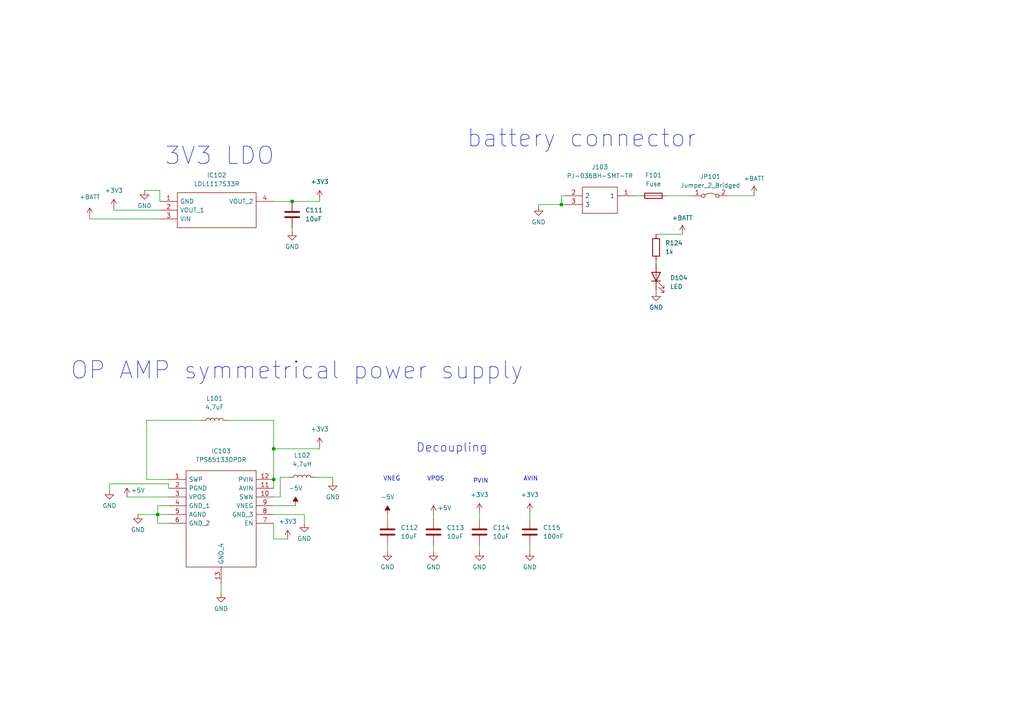
<source format=kicad_sch>
(kicad_sch (version 20211123) (generator eeschema)
  (paper "A4")
  (lib_symbols
    (symbol "Device:C" (pin_numbers hide) (pin_names (offset 0.254))
      (property "Reference" "C" (at 0.635 2.54 0))
      (property "Value" "C" (at 0.635 -2.54 0))
      (symbol "C_0_1"
        (polyline (pts (xy -2.032 -0.762) (xy 2.032 -0.762)) (stroke (width 0.508)))
        (polyline (pts (xy -2.032 0.762) (xy 2.032 0.762)) (stroke (width 0.508)))
      )
      (symbol "C_1_1"
        (pin passive line (at 0 3.81 270) (length 2.794) (name "~") (number "1"))
        (pin passive line (at 0 -3.81 90) (length 2.794) (name "~") (number "2"))
      )
    )
    (symbol "Device:Fuse" (pin_numbers hide) (pin_names (offset 0))
      (property "Reference" "F" (at 2.032 0 90))
      (property "Value" "Fuse" (at -1.905 0 90))
      (symbol "Fuse_0_1"
        (rectangle (start -0.762 -2.54) (end 0.762 2.54) (stroke (width 0.254)))
        (polyline (pts (xy 0 2.54) (xy 0 -2.54)))
      )
      (symbol "Fuse_1_1"
        (pin passive line (at 0 3.81 270) (length 1.27) (name "~") (number "1"))
        (pin passive line (at 0 -3.81 90) (length 1.27) (name "~") (number "2"))
      )
    )
    (symbol "Device:L" (pin_numbers hide) (pin_names (offset 1.016) hide)
      (property "Reference" "L" (at -1.27 0 90))
      (property "Value" "L" (at 1.905 0 90))
      (symbol "L_0_1"
        (arc (start 0 -2.54) (mid 0.635 -1.905) (end 0 -1.27))
        (arc (start 0 -1.27) (mid 0.635 -0.635) (end 0 0))
        (arc (start 0 0) (mid 0.635 0.635) (end 0 1.27))
        (arc (start 0 1.27) (mid 0.635 1.905) (end 0 2.54))
      )
      (symbol "L_1_1"
        (pin passive line (at 0 3.81 270) (length 1.27) (name "1") (number "1"))
        (pin passive line (at 0 -3.81 90) (length 1.27) (name "2") (number "2"))
      )
    )
    (symbol "Device:LED" (pin_numbers hide) (pin_names (offset 1.016) hide)
      (property "Reference" "D" (at 0 2.54 0))
      (property "Value" "LED" (at 0 -2.54 0))
      (symbol "LED_0_1"
        (polyline (pts (xy -1.27 -1.27) (xy -1.27 1.27)) (stroke (width 0.254)))
        (polyline (pts (xy -1.27 0) (xy 1.27 0)))
        (polyline (pts (xy 1.27 -1.27) (xy 1.27 1.27) (xy -1.27 0) (xy 1.27 -1.27)) (stroke (width 0.254)))
        (polyline (pts (xy -3.048 -0.762) (xy -4.572 -2.286) (xy -3.81 -2.286) (xy -4.572 -2.286) (xy -4.572 -1.524)))
        (polyline (pts (xy -1.778 -0.762) (xy -3.302 -2.286) (xy -2.54 -2.286) (xy -3.302 -2.286) (xy -3.302 -1.524)))
      )
      (symbol "LED_1_1"
        (pin passive line (at -3.81 0 0) (length 2.54) (name "K") (number "1"))
        (pin passive line (at 3.81 0 180) (length 2.54) (name "A") (number "2"))
      )
    )
    (symbol "Device:R" (pin_numbers hide) (pin_names (offset 0))
      (property "Reference" "R" (at 2.032 0 90))
      (property "Value" "R" (at 0 0 90))
      (symbol "R_0_1"
        (rectangle (start -1.016 -2.54) (end 1.016 2.54) (stroke (width 0.254)))
      )
      (symbol "R_1_1"
        (pin passive line (at 0 3.81 270) (length 1.27) (name "~") (number "1"))
        (pin passive line (at 0 -3.81 90) (length 1.27) (name "~") (number "2"))
      )
    )
    (symbol "Jumper:Jumper_2_Bridged" (pin_names (offset 0) hide)
      (property "Reference" "JP" (at 0 1.905 0))
      (property "Value" "Jumper_2_Bridged" (at 0 -2.54 0))
      (symbol "Jumper_2_Bridged_0_0"
        (circle (center -2.032 0) (radius 0.508))
        (circle (center 2.032 0) (radius 0.508))
      )
      (symbol "Jumper_2_Bridged_0_1"
        (arc (start 1.524 0.254) (mid 0 0.762) (end -1.524 0.254))
      )
      (symbol "Jumper_2_Bridged_1_1"
        (pin passive line (at -5.08 0 0) (length 2.54) (name "A") (number "1"))
        (pin passive line (at 5.08 0 180) (length 2.54) (name "B") (number "2"))
      )
    )
    (symbol "SamacSys_Parts:LDL1117S33R" (pin_names (offset 0.762))
      (property "Reference" "IC" (at 29.21 7.62 0))
      (property "Value" "LDL1117S33R" (at 29.21 5.08 0))
      (symbol "LDL1117S33R_0_0"
        (pin power_in line (at 0 0 0) (length 5.08) (name "GND") (number "1"))
        (pin output line (at 0 -2.54 0) (length 5.08) (name "VOUT_1") (number "2"))
        (pin input line (at 0 -5.08 0) (length 5.08) (name "VIN") (number "3"))
        (pin output line (at 33.02 0 180) (length 5.08) (name "VOUT_2") (number "4"))
      )
      (symbol "LDL1117S33R_0_1"
        (polyline (pts (xy 5.08 2.54) (xy 27.94 2.54) (xy 27.94 -7.62) (xy 5.08 -7.62) (xy 5.08 2.54)) (stroke (width 0.1524)))
      )
    )
    (symbol "SamacSys_Parts:PJ-036BH-SMT-TR" (pin_names (offset 0.762))
      (property "Reference" "J" (at 16.51 7.62 0))
      (property "Value" "PJ-036BH-SMT-TR" (at 16.51 5.08 0))
      (symbol "PJ-036BH-SMT-TR_0_0"
        (pin passive line (at 20.32 0 180) (length 5.08) (name "1") (number "1"))
        (pin passive line (at 0 0 0) (length 5.08) (name "2") (number "2"))
        (pin passive line (at 0 -2.54 0) (length 5.08) (name "3") (number "3"))
      )
      (symbol "PJ-036BH-SMT-TR_0_1"
        (polyline (pts (xy 5.08 2.54) (xy 15.24 2.54) (xy 15.24 -5.08) (xy 5.08 -5.08) (xy 5.08 2.54)) (stroke (width 0.1524)))
      )
    )
    (symbol "SamacSys_Parts:TPS65133DPDR" (pin_names (offset 0.762))
      (property "Reference" "IC" (at 26.67 7.62 0))
      (property "Value" "TPS65133DPDR" (at 26.67 5.08 0))
      (symbol "TPS65133DPDR_0_0"
        (pin passive line (at 0 0 0) (length 5.08) (name "SWP") (number "1"))
        (pin passive line (at 30.48 -5.08 180) (length 5.08) (name "SWN") (number "10"))
        (pin passive line (at 30.48 -2.54 180) (length 5.08) (name "AVIN") (number "11"))
        (pin passive line (at 30.48 0 180) (length 5.08) (name "PVIN") (number "12"))
        (pin passive line (at 15.24 -30.48 90) (length 5.08) (name "GND_4") (number "13"))
        (pin passive line (at 0 -2.54 0) (length 5.08) (name "PGND") (number "2"))
        (pin passive line (at 0 -5.08 0) (length 5.08) (name "VPOS") (number "3"))
        (pin passive line (at 0 -7.62 0) (length 5.08) (name "GND_1") (number "4"))
        (pin passive line (at 0 -10.16 0) (length 5.08) (name "AGND") (number "5"))
        (pin passive line (at 0 -12.7 0) (length 5.08) (name "GND_2") (number "6"))
        (pin passive line (at 30.48 -12.7 180) (length 5.08) (name "EN") (number "7"))
        (pin passive line (at 30.48 -10.16 180) (length 5.08) (name "GND_3") (number "8"))
        (pin passive line (at 30.48 -7.62 180) (length 5.08) (name "VNEG") (number "9"))
      )
      (symbol "TPS65133DPDR_0_1"
        (polyline (pts (xy 5.08 2.54) (xy 25.4 2.54) (xy 25.4 -25.4) (xy 5.08 -25.4) (xy 5.08 2.54)) (stroke (width 0.1524)))
      )
    )
    (symbol "power:+3V3" (power) (pin_names (offset 0))
      (property "Value" "+3V3" (at 0 3.556 0))
      (symbol "+3V3_0_1"
        (polyline (pts (xy -0.762 1.27) (xy 0 2.54)))
        (polyline (pts (xy 0 0) (xy 0 2.54)))
        (polyline (pts (xy 0 2.54) (xy 0.762 1.27)))
      )
      (symbol "+3V3_1_1"
        (pin power_in line (at 0 0 90) (length 0) hide (name "+3V3") (number "1"))
      )
    )
    (symbol "power:+5V" (power) (pin_names (offset 0))
      (property "Value" "+5V" (at 0 3.556 0))
      (symbol "+5V_0_1"
        (polyline (pts (xy -0.762 1.27) (xy 0 2.54)))
        (polyline (pts (xy 0 0) (xy 0 2.54)))
        (polyline (pts (xy 0 2.54) (xy 0.762 1.27)))
      )
      (symbol "+5V_1_1"
        (pin power_in line (at 0 0 90) (length 0) hide (name "+5V") (number "1"))
      )
    )
    (symbol "power:+BATT" (power) (pin_names (offset 0))
      (property "Value" "+BATT" (at 0 3.556 0))
      (symbol "+BATT_0_1"
        (polyline (pts (xy -0.762 1.27) (xy 0 2.54)))
        (polyline (pts (xy 0 0) (xy 0 2.54)))
        (polyline (pts (xy 0 2.54) (xy 0.762 1.27)))
      )
      (symbol "+BATT_1_1"
        (pin power_in line (at 0 0 90) (length 0) hide (name "+BATT") (number "1"))
      )
    )
    (symbol "power:-5V" (power) (pin_names (offset 0))
      (property "Value" "-5V" (at 0 3.81 0))
      (symbol "-5V_0_0"
        (pin power_in line (at 0 0 90) (length 0) hide (name "-5V") (number "1"))
      )
      (symbol "-5V_0_1"
        (polyline (pts (xy 0 0) (xy 0 1.27) (xy 0.762 1.27) (xy 0 2.54) (xy -0.762 1.27) (xy 0 1.27)) (fill (type outline)))
      )
    )
    (symbol "power:GND" (power) (pin_names (offset 0))
      (property "Value" "GND" (at 0 -3.81 0))
      (symbol "GND_0_1"
        (polyline (pts (xy 0 0) (xy 0 -1.27) (xy 1.27 -1.27) (xy 0 -2.54) (xy -1.27 -1.27) (xy 0 -1.27)))
      )
      (symbol "GND_1_1"
        (pin power_in line (at 0 0 270) (length 0) hide (name "GND") (number "1"))
      )
    )
  )
  (junction (at 84.7344 58.42))
  (junction (at 79.375 139.065))
  (junction (at 45.72 149.225))
  (junction (at 79.375 130.175))
  (junction (at 162.814 59.3344))
  (wire (pts (xy 64.135 169.545) (xy 64.135 172.085)))
  (wire (pts (xy 79.375 130.175) (xy 79.375 121.92)))
  (wire (pts (xy 96.52 139.7) (xy 96.52 138.43)))
  (wire (pts (xy 218.7194 56.515) (xy 218.7194 56.7944)))
  (wire (pts (xy 79.375 144.145) (xy 81.28 144.145)))
  (wire (pts (xy 112.395 149.225) (xy 112.395 150.495)))
  (wire (pts (xy 184.15 56.7944) (xy 185.6994 56.7944)))
  (wire (pts (xy 190.2968 75.565) (xy 190.2968 76.454)))
  (wire (pts (xy 33.02 60.96) (xy 33.02 60.325)))
  (wire (pts (xy 162.814 56.7944) (xy 162.814 59.3344)))
  (wire (pts (xy 46.355 55.245) (xy 46.355 58.42)))
  (wire (pts (xy 48.895 151.765) (xy 45.72 151.765)))
  (wire (pts (xy 92.71 58.42) (xy 92.71 57.785)))
  (wire (pts (xy 31.75 140.335) (xy 48.895 140.335)))
  (wire (pts (xy 79.375 156.337) (xy 83.439 156.337)))
  (wire (pts (xy 193.3194 56.7944) (xy 200.9394 56.7944)))
  (wire (pts (xy 42.545 121.92) (xy 58.42 121.92)))
  (wire (pts (xy 84.7344 58.42) (xy 92.71 58.42)))
  (wire (pts (xy 139.065 158.115) (xy 139.065 160.02)))
  (wire (pts (xy 42.545 139.065) (xy 42.545 121.92)))
  (wire (pts (xy 112.395 158.115) (xy 112.395 160.02)))
  (wire (pts (xy 46.355 60.96) (xy 33.02 60.96)))
  (wire (pts (xy 125.73 158.115) (xy 125.73 160.02)))
  (wire (pts (xy 45.72 149.225) (xy 48.895 149.225)))
  (wire (pts (xy 88.265 149.225) (xy 88.265 151.765)))
  (wire (pts (xy 156.21 59.3344) (xy 156.21 59.9694)))
  (wire (pts (xy 48.895 140.335) (xy 48.895 141.605)))
  (wire (pts (xy 79.375 146.685) (xy 85.725 146.685)))
  (wire (pts (xy 48.895 139.065) (xy 42.545 139.065)))
  (wire (pts (xy 36.83 144.145) (xy 48.895 144.145)))
  (wire (pts (xy 31.75 142.24) (xy 31.75 140.335)))
  (wire (pts (xy 45.72 146.685) (xy 48.895 146.685)))
  (wire (pts (xy 96.52 138.43) (xy 91.44 138.43)))
  (wire (pts (xy 190.2968 84.074) (xy 190.2968 84.709)))
  (wire (pts (xy 79.375 121.92) (xy 66.04 121.92)))
  (wire (pts (xy 197.9168 67.945) (xy 190.2968 67.945)))
  (wire (pts (xy 26.035 63.5) (xy 46.355 63.5)))
  (wire (pts (xy 81.28 138.43) (xy 83.82 138.43)))
  (wire (pts (xy 40.005 149.225) (xy 45.72 149.225)))
  (wire (pts (xy 41.91 55.245) (xy 46.355 55.245)))
  (wire (pts (xy 139.065 148.59) (xy 139.065 150.495)))
  (wire (pts (xy 92.71 130.175) (xy 92.71 129.54)))
  (wire (pts (xy 45.72 149.225) (xy 45.72 146.685)))
  (wire (pts (xy 153.67 148.59) (xy 153.67 150.495)))
  (wire (pts (xy 163.83 56.7944) (xy 162.814 56.7944)))
  (wire (pts (xy 153.67 158.115) (xy 153.67 160.02)))
  (wire (pts (xy 156.21 59.3344) (xy 162.814 59.3344)))
  (wire (pts (xy 81.28 144.145) (xy 81.28 138.43)))
  (wire (pts (xy 79.375 139.065) (xy 79.375 130.175)))
  (wire (pts (xy 79.375 139.065) (xy 79.375 141.605)))
  (wire (pts (xy 45.72 151.765) (xy 45.72 149.225)))
  (wire (pts (xy 26.035 62.865) (xy 26.035 63.5)))
  (wire (pts (xy 211.0994 56.7944) (xy 218.7194 56.7944)))
  (wire (pts (xy 162.814 59.3344) (xy 163.83 59.3344)))
  (wire (pts (xy 79.375 130.175) (xy 92.71 130.175)))
  (wire (pts (xy 79.375 151.765) (xy 79.375 156.337)))
  (wire (pts (xy 79.375 58.42) (xy 84.7344 58.42)))
  (wire (pts (xy 79.375 149.225) (xy 88.265 149.225)))
  (wire (pts (xy 125.73 149.225) (xy 125.73 150.495)))
  (wire (pts (xy 84.7344 66.04) (xy 84.7344 67.1068)))
  (text "battery connector" (at 135.255 43.18 0) (effects (font (size 5 5)) (justify left bottom)))
  (text "3V3 LDO" (at 47.625 48.26 0) (effects (font (size 5 5)) (justify left bottom)))
  (text "VPOS" (at 123.825 139.7 0) (effects (font (size 1.27 1.27)) (justify left bottom)))
  (text "PVIN\n" (at 137.16 140.335 0) (effects (font (size 1.27 1.27)) (justify left bottom)))
  (text "OP AMP symmetrical power supply" (at 20.32 110.49 0) (effects (font (size 5 5)) (justify left bottom)))
  (text "AVIN\n" (at 151.765 139.7 0) (effects (font (size 1.27 1.27)) (justify left bottom)))
  (text "Decoupling" (at 120.65 131.445 0) (effects (font (size 2.5 2.5)) (justify left bottom)))
  (text "VNEG\n" (at 111.125 139.7 0) (effects (font (size 1.27 1.27)) (justify left bottom)))
  (symbol (lib_id "power:GND") (at 40.005 149.225 0) (unit 1)
    (property "Reference" "#PWR0141" (effects hide))
    (property "Value" "GND" (at 40.005 153.67 0))
  )
  (symbol (lib_id "power:+5V") (at 36.83 144.145 0) (unit 1)
    (property "Reference" "#PWR0140" (effects hide))
    (property "Value" "+5V" (at 40.005 142.24 0))
  )
  (symbol (lib_id "power:GND") (at 190.2968 84.709 0) (unit 1)
    (property "Reference" "#PWR0167" (effects hide))
    (property "Value" "GND" (at 190.2968 89.154 0))
  )
  (symbol (lib_id "Device:Fuse") (at 189.5094 56.7944 90) (unit 1)
    (property "Reference" "F101" (at 189.5094 50.8254 90))
    (property "Value" "Fuse" (at 189.5094 53.3654 90))
    (property "Footprint" "Fuse:Fuse_1206_3216Metric" (effects hide))
  )
  (symbol (lib_id "SamacSys_Parts:LDL1117S33R") (at 46.355 58.42 0) (unit 1)
    (property "Reference" "IC102" (at 62.865 50.8 0))
    (property "Value" "LDL1117S33R" (at 62.865 53.34 0))
    (property "Footprint" "SOT230P700X180-4N" (effects hide))
    (property "Datasheet" "https://componentsearchengine.com/Datasheets/2/LDL1117S33R.pdf" (effects hide))
    (property "Description" "STMICROELECTRONICS - LDL1117S33R - LDO, FIXED, 3.3V, 1.2A, SOT-223-3" (effects hide))
    (property "Height" "1.8" (effects hide))
    (property "Manufacturer_Name" "STMicroelectronics" (effects hide))
    (property "Manufacturer_Part_Number" "LDL1117S33R" (effects hide))
    (property "Mouser Part Number" "511-LDL1117S33R" (effects hide))
    (property "Mouser Price/Stock" "https://www.mouser.co.uk/ProductDetail/STMicroelectronics/LDL1117S33R?qs=AQlKX63v8Rt9Bf6AWSrbFg%3D%3D" (effects hide))
    (property "Arrow Part Number" "LDL1117S33R" (effects hide))
    (property "Arrow Price/Stock" "https://www.arrow.com/en/products/ldl1117s33r/stmicroelectronics?region=nac" (effects hide))
  )
  (symbol (lib_id "power:+3V3") (at 92.71 57.785 0) (unit 1)
    (property "Reference" "#PWR0148" (effects hide))
    (property "Value" "+3V3" (at 92.71 52.705 0))
  )
  (symbol (lib_id "power:+3V3") (at 139.065 148.59 0) (unit 1)
    (property "Reference" "#PWR0155" (effects hide))
    (property "Value" "+3V3" (at 139.065 143.51 0))
  )
  (symbol (lib_id "power:GND") (at 41.91 55.245 0) (unit 1)
    (property "Reference" "#PWR0142" (effects hide))
    (property "Value" "GND" (at 41.91 59.69 0))
  )
  (symbol (lib_id "power:GND") (at 125.73 160.02 0) (unit 1)
    (property "Reference" "#PWR0154" (effects hide))
    (property "Value" "GND" (at 125.73 164.465 0))
  )
  (symbol (lib_id "power:GND") (at 64.135 172.085 0) (unit 1)
    (property "Reference" "#PWR0143" (effects hide))
    (property "Value" "GND" (at 64.135 176.53 0))
  )
  (symbol (lib_id "power:+3V3") (at 92.71 129.54 0) (unit 1)
    (property "Reference" "#PWR0149" (effects hide))
    (property "Value" "+3V3" (at 92.71 124.46 0))
  )
  (symbol (lib_id "power:GND") (at 88.265 151.765 0) (unit 1)
    (property "Reference" "#PWR0147" (effects hide))
    (property "Value" "GND" (at 88.265 156.21 0))
  )
  (symbol (lib_id "Device:L") (at 62.23 121.92 90) (unit 1)
    (property "Reference" "L101" (at 62.23 115.57 90))
    (property "Value" "4,7uF" (at 62.23 118.11 90))
    (property "Footprint" "SamacSys_Parts:744031004" (effects hide))
  )
  (symbol (lib_id "power:GND") (at 96.52 139.7 0) (unit 1)
    (property "Reference" "#PWR0150" (effects hide))
    (property "Value" "GND" (at 96.52 144.145 0))
  )
  (symbol (lib_id "power:-5V") (at 85.725 146.685 0) (unit 1)
    (property "Reference" "#PWR0146" (effects hide))
    (property "Value" "-5V" (at 85.725 141.605 0))
  )
  (symbol (lib_id "power:+3V3") (at 83.439 156.337 0) (unit 1)
    (property "Reference" "#PWR0144" (effects hide))
    (property "Value" "+3V3" (at 83.439 151.257 0))
  )
  (symbol (lib_id "Device:LED") (at 190.2968 80.264 90) (unit 1)
    (property "Reference" "D104" (at 194.3354 80.5814 90) (effects (justify right)))
    (property "Value" "LED" (at 194.3354 83.1214 90) (effects (justify right)))
    (property "Footprint" "LED_SMD:LED_1206_3216Metric" (effects hide))
  )
  (symbol (lib_id "power:+BATT") (at 197.9168 67.945 0) (unit 1)
    (property "Reference" "#PWR0166" (effects hide))
    (property "Value" "+BATT" (at 197.9168 63.2206 0))
  )
  (symbol (lib_id "power:+3V3") (at 33.02 60.325 0) (unit 1)
    (property "Reference" "#PWR0139" (effects hide))
    (property "Value" "+3V3" (at 33.02 55.245 0))
  )
  (symbol (lib_id "SamacSys_Parts:PJ-036BH-SMT-TR") (at 163.83 56.7944 0) (unit 1)
    (property "Reference" "J103" (at 173.99 48.4632 0))
    (property "Value" "PJ-036BH-SMT-TR" (at 173.99 51.0032 0))
    (property "Footprint" "PJ036BHSMTTR" (effects hide))
    (property "Datasheet" "https://www.cui.com/product/resource/pj-036bh-smt-tr.pdf" (effects hide))
    (property "Description" "DC Power Connectors Power Jacks" (effects hide))
    (property "Height" "11" (effects hide))
    (property "Manufacturer_Name" "CUI Devices" (effects hide))
    (property "Manufacturer_Part_Number" "PJ-036BH-SMT-TR" (effects hide))
    (property "Mouser Part Number" "490-PJ-036BH-SMT-TR" (effects hide))
    (property "Mouser Price/Stock" "https://www.mouser.co.uk/ProductDetail/CUI-Devices/PJ-036BH-SMT-TR?qs=WyjlAZoYn51eRQTV1T20HQ%3D%3D" (effects hide))
    (property "Arrow Part Number" "PJ-036BH-SMT-TR" (effects hide))
    (property "Arrow Price/Stock" "https://www.arrow.com/en/products/pj-036bh-smt-tr/cui-devices?region=nac" (effects hide))
  )
  (symbol (lib_id "power:GND") (at 156.21 59.9694 0) (unit 1)
    (property "Reference" "#PWR0158" (effects hide))
    (property "Value" "GND" (at 156.21 64.4144 0))
  )
  (symbol (lib_id "power:+3V3") (at 153.67 148.59 0) (unit 1)
    (property "Reference" "#PWR0159" (effects hide))
    (property "Value" "+3V3" (at 153.67 143.51 0))
  )
  (symbol (lib_id "power:+BATT") (at 218.7194 56.515 0) (unit 1)
    (property "Reference" "#PWR0157" (effects hide))
    (property "Value" "+BATT" (at 218.7194 51.7906 0))
  )
  (symbol (lib_id "Device:R") (at 190.2968 71.755 180) (unit 1)
    (property "Reference" "R124" (at 192.913 70.4849 0) (effects (justify right)))
    (property "Value" "1k" (at 192.913 73.0249 0) (effects (justify right)))
    (property "Footprint" "Resistor_SMD:R_1206_3216Metric" (effects hide))
  )
  (symbol (lib_id "Device:C") (at 125.73 154.305 0) (unit 1)
    (property "Reference" "C113" (at 129.54 153.0349 0) (effects (justify left)))
    (property "Value" "10uF" (at 129.54 155.5749 0) (effects (justify left)))
    (property "Footprint" "Capacitor_SMD:C_1206_3216Metric" (effects hide))
  )
  (symbol (lib_id "power:GND") (at 112.395 160.02 0) (unit 1)
    (property "Reference" "#PWR0152" (effects hide))
    (property "Value" "GND" (at 112.395 164.465 0))
  )
  (symbol (lib_id "Device:C") (at 153.67 154.305 0) (unit 1)
    (property "Reference" "C115" (at 157.48 153.0349 0) (effects (justify left)))
    (property "Value" "100nF" (at 157.48 155.5749 0) (effects (justify left)))
    (property "Footprint" "Capacitor_SMD:C_1206_3216Metric" (effects hide))
  )
  (symbol (lib_id "power:+5V") (at 125.73 149.225 0) (unit 1)
    (property "Reference" "#PWR0153" (effects hide))
    (property "Value" "+5V" (at 128.905 147.32 0))
  )
  (symbol (lib_id "power:GND") (at 84.7344 67.1068 0) (unit 1)
    (property "Reference" "#PWR0145" (effects hide))
    (property "Value" "GND" (at 84.7344 71.5518 0))
  )
  (symbol (lib_id "Device:C") (at 139.065 154.305 0) (unit 1)
    (property "Reference" "C114" (at 142.875 153.0349 0) (effects (justify left)))
    (property "Value" "10uF" (at 142.875 155.5749 0) (effects (justify left)))
    (property "Footprint" "Capacitor_SMD:C_1206_3216Metric" (effects hide))
  )
  (symbol (lib_id "power:GND") (at 139.065 160.02 0) (unit 1)
    (property "Reference" "#PWR0156" (effects hide))
    (property "Value" "GND" (at 139.065 164.465 0))
  )
  (symbol (lib_id "Jumper:Jumper_2_Bridged") (at 206.0194 56.7944 0) (unit 1)
    (property "Reference" "JP101" (at 206.0194 51.2318 0))
    (property "Value" "Jumper_2_Bridged" (at 206.0194 53.7718 0))
    (property "Footprint" "Connector_PinHeader_2.54mm:PinHeader_1x02_P2.54mm_Vertical_SMD_Pin1Right" (effects hide))
  )
  (symbol (lib_id "power:+BATT") (at 26.035 62.865 0) (unit 1)
    (property "Reference" "#PWR0137" (effects hide))
    (property "Value" "+BATT" (at 26.035 57.15 0))
  )
  (symbol (lib_id "power:GND") (at 31.75 142.24 0) (unit 1)
    (property "Reference" "#PWR0138" (effects hide))
    (property "Value" "GND" (at 31.75 146.685 0))
  )
  (symbol (lib_id "power:GND") (at 153.67 160.02 0) (unit 1)
    (property "Reference" "#PWR0160" (effects hide))
    (property "Value" "GND" (at 153.67 164.465 0))
  )
  (symbol (lib_id "SamacSys_Parts:TPS65133DPDR") (at 48.895 139.065 0) (unit 1)
    (property "Reference" "IC103" (at 64.135 130.81 0))
    (property "Value" "TPS65133DPDR" (at 64.135 133.35 0))
    (property "Footprint" "SON45P300X300X80-13N-D" (effects hide))
    (property "Datasheet" "http://www.ti.com/lit/ds/symlink/tps65133.pdf" (effects hide))
    (property "Description" "Split-Rail Converter, +/-5V, 250mA Dual Output Power Supply" (effects hide))
    (property "Height" "0.8" (effects hide))
    (property "Manufacturer_Name" "Texas Instruments" (effects hide))
    (property "Manufacturer_Part_Number" "TPS65133DPDR" (effects hide))
    (property "Mouser Part Number" "595-TPS65133DPDR" (effects hide))
    (property "Mouser Price/Stock" "https://www.mouser.co.uk/ProductDetail/Texas-Instruments/TPS65133DPDR?qs=7GxONfNUZSjxiorxR5wfmg%3D%3D" (effects hide))
    (property "Arrow Part Number" "TPS65133DPDR" (effects hide))
    (property "Arrow Price/Stock" "https://www.arrow.com/en/products/tps65133dpdr/texas-instruments?region=nac" (effects hide))
  )
  (symbol (lib_id "Device:C") (at 84.7344 62.23 0) (unit 1)
    (property "Reference" "C111" (at 88.5444 60.9599 0) (effects (justify left)))
    (property "Value" "10uF" (at 88.5444 63.4999 0) (effects (justify left)))
    (property "Footprint" "Capacitor_SMD:C_1206_3216Metric" (effects hide))
  )
  (symbol (lib_id "Device:L") (at 87.63 138.43 90) (unit 1)
    (property "Reference" "L102" (at 87.63 132.08 90))
    (property "Value" "4,7uH" (at 87.63 134.62 90))
    (property "Footprint" "SamacSys_Parts:744031004" (effects hide))
  )
  (symbol (lib_id "power:-5V") (at 112.395 149.225 0) (unit 1)
    (property "Reference" "#PWR0151" (effects hide))
    (property "Value" "-5V" (at 112.395 144.145 0))
  )
  (symbol (lib_id "Device:C") (at 112.395 154.305 0) (unit 1)
    (property "Reference" "C112" (at 116.205 153.0349 0) (effects (justify left)))
    (property "Value" "10uF" (at 116.205 155.5749 0) (effects (justify left)))
    (property "Footprint" "Capacitor_SMD:C_1206_3216Metric" (effects hide))
  )
)
</source>
